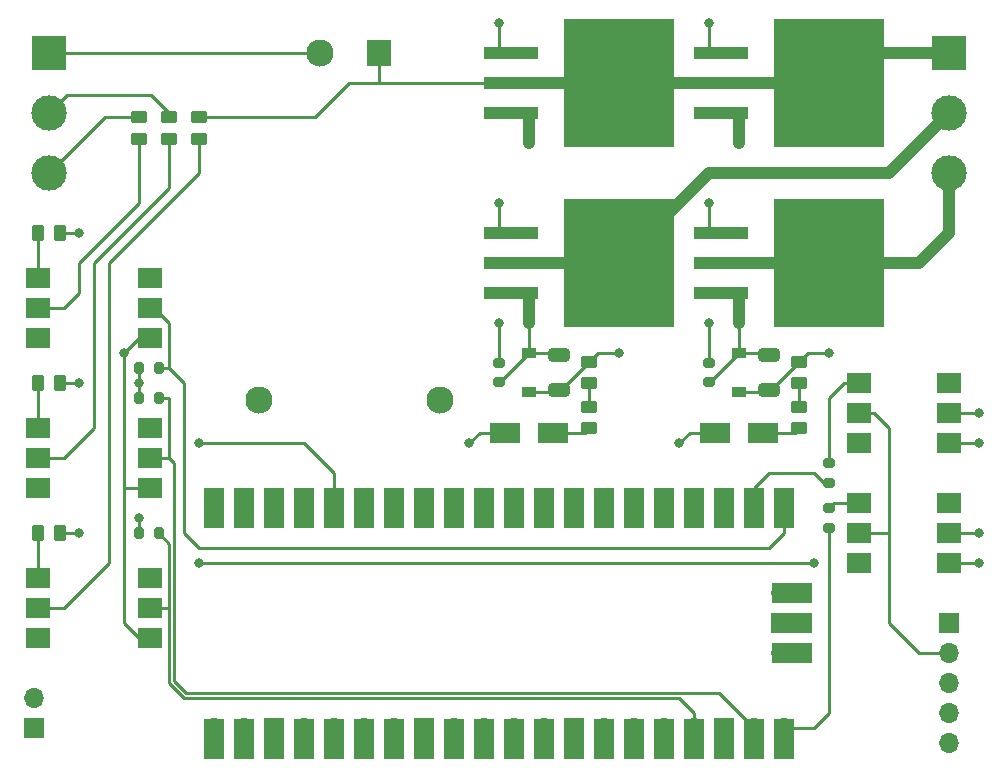
<source format=gtl>
G04 #@! TF.GenerationSoftware,KiCad,Pcbnew,(6.0.0)*
G04 #@! TF.CreationDate,2022-05-18T17:51:48+02:00*
G04 #@! TF.ProjectId,prototype-3,70726f74-6f74-4797-9065-2d332e6b6963,rev?*
G04 #@! TF.SameCoordinates,Original*
G04 #@! TF.FileFunction,Copper,L1,Top*
G04 #@! TF.FilePolarity,Positive*
%FSLAX46Y46*%
G04 Gerber Fmt 4.6, Leading zero omitted, Abs format (unit mm)*
G04 Created by KiCad (PCBNEW (6.0.0)) date 2022-05-18 17:51:48*
%MOMM*%
%LPD*%
G01*
G04 APERTURE LIST*
G04 Aperture macros list*
%AMRoundRect*
0 Rectangle with rounded corners*
0 $1 Rounding radius*
0 $2 $3 $4 $5 $6 $7 $8 $9 X,Y pos of 4 corners*
0 Add a 4 corners polygon primitive as box body*
4,1,4,$2,$3,$4,$5,$6,$7,$8,$9,$2,$3,0*
0 Add four circle primitives for the rounded corners*
1,1,$1+$1,$2,$3*
1,1,$1+$1,$4,$5*
1,1,$1+$1,$6,$7*
1,1,$1+$1,$8,$9*
0 Add four rect primitives between the rounded corners*
20,1,$1+$1,$2,$3,$4,$5,0*
20,1,$1+$1,$4,$5,$6,$7,0*
20,1,$1+$1,$6,$7,$8,$9,0*
20,1,$1+$1,$8,$9,$2,$3,0*%
G04 Aperture macros list end*
G04 #@! TA.AperFunction,SMDPad,CuDef*
%ADD10R,1.200000X0.900000*%
G04 #@! TD*
G04 #@! TA.AperFunction,SMDPad,CuDef*
%ADD11RoundRect,0.200000X0.200000X0.275000X-0.200000X0.275000X-0.200000X-0.275000X0.200000X-0.275000X0*%
G04 #@! TD*
G04 #@! TA.AperFunction,SMDPad,CuDef*
%ADD12R,2.500000X1.800000*%
G04 #@! TD*
G04 #@! TA.AperFunction,ComponentPad*
%ADD13R,3.000000X3.000000*%
G04 #@! TD*
G04 #@! TA.AperFunction,ComponentPad*
%ADD14C,3.000000*%
G04 #@! TD*
G04 #@! TA.AperFunction,SMDPad,CuDef*
%ADD15RoundRect,0.200000X-0.275000X0.200000X-0.275000X-0.200000X0.275000X-0.200000X0.275000X0.200000X0*%
G04 #@! TD*
G04 #@! TA.AperFunction,SMDPad,CuDef*
%ADD16R,4.600000X1.100000*%
G04 #@! TD*
G04 #@! TA.AperFunction,SMDPad,CuDef*
%ADD17R,9.400000X10.800000*%
G04 #@! TD*
G04 #@! TA.AperFunction,SMDPad,CuDef*
%ADD18RoundRect,0.250000X0.450000X-0.262500X0.450000X0.262500X-0.450000X0.262500X-0.450000X-0.262500X0*%
G04 #@! TD*
G04 #@! TA.AperFunction,SMDPad,CuDef*
%ADD19RoundRect,0.250000X-0.450000X0.262500X-0.450000X-0.262500X0.450000X-0.262500X0.450000X0.262500X0*%
G04 #@! TD*
G04 #@! TA.AperFunction,SMDPad,CuDef*
%ADD20RoundRect,0.250000X0.262500X0.450000X-0.262500X0.450000X-0.262500X-0.450000X0.262500X-0.450000X0*%
G04 #@! TD*
G04 #@! TA.AperFunction,SMDPad,CuDef*
%ADD21RoundRect,0.250000X0.650000X-0.325000X0.650000X0.325000X-0.650000X0.325000X-0.650000X-0.325000X0*%
G04 #@! TD*
G04 #@! TA.AperFunction,ComponentPad*
%ADD22R,1.700000X1.700000*%
G04 #@! TD*
G04 #@! TA.AperFunction,ComponentPad*
%ADD23O,1.700000X1.700000*%
G04 #@! TD*
G04 #@! TA.AperFunction,SMDPad,CuDef*
%ADD24R,1.700000X3.500000*%
G04 #@! TD*
G04 #@! TA.AperFunction,SMDPad,CuDef*
%ADD25R,3.500000X1.700000*%
G04 #@! TD*
G04 #@! TA.AperFunction,SMDPad,CuDef*
%ADD26R,2.000000X1.780000*%
G04 #@! TD*
G04 #@! TA.AperFunction,ComponentPad*
%ADD27R,2.000000X2.300000*%
G04 #@! TD*
G04 #@! TA.AperFunction,ComponentPad*
%ADD28C,2.300000*%
G04 #@! TD*
G04 #@! TA.AperFunction,ViaPad*
%ADD29C,0.800000*%
G04 #@! TD*
G04 #@! TA.AperFunction,Conductor*
%ADD30C,0.250000*%
G04 #@! TD*
G04 #@! TA.AperFunction,Conductor*
%ADD31C,1.000000*%
G04 #@! TD*
G04 APERTURE END LIST*
D10*
X170180000Y-84580000D03*
X170180000Y-81280000D03*
D11*
X121030000Y-85090000D03*
X119380000Y-85090000D03*
D12*
X172180000Y-88010000D03*
X168180000Y-88010000D03*
D13*
X111760000Y-55880000D03*
D14*
X111760000Y-60960000D03*
X111760000Y-66040000D03*
D15*
X177800000Y-90615000D03*
X177800000Y-92265000D03*
D16*
X150870000Y-55880000D03*
D17*
X160020000Y-58420000D03*
D16*
X150870000Y-58420000D03*
X150870000Y-60960000D03*
D18*
X175260000Y-83842500D03*
X175260000Y-82017500D03*
D11*
X121030000Y-96520000D03*
X119380000Y-96520000D03*
D15*
X167640000Y-82105000D03*
X167640000Y-83755000D03*
D10*
X152400000Y-84580000D03*
X152400000Y-81280000D03*
D19*
X121920000Y-61317500D03*
X121920000Y-63142500D03*
D16*
X168650000Y-55880000D03*
X168650000Y-58420000D03*
D17*
X177800000Y-58420000D03*
D16*
X168650000Y-60960000D03*
D18*
X157480000Y-87652500D03*
X157480000Y-85827500D03*
D20*
X112672500Y-83820000D03*
X110847500Y-83820000D03*
X112672500Y-96520000D03*
X110847500Y-96520000D03*
D21*
X154940000Y-84405000D03*
X154940000Y-81455000D03*
D19*
X119380000Y-61317500D03*
X119380000Y-63142500D03*
D18*
X157480000Y-83842500D03*
X157480000Y-82017500D03*
D12*
X154400000Y-88010000D03*
X150400000Y-88010000D03*
D15*
X149860000Y-82105000D03*
X149860000Y-83755000D03*
D22*
X110490000Y-113030000D03*
D23*
X110490000Y-110490000D03*
X125730000Y-113030000D03*
D24*
X125730000Y-113930000D03*
D23*
X128270000Y-113030000D03*
D24*
X128270000Y-113930000D03*
X130810000Y-113930000D03*
D22*
X130810000Y-113030000D03*
D23*
X133350000Y-113030000D03*
D24*
X133350000Y-113930000D03*
D23*
X135890000Y-113030000D03*
D24*
X135890000Y-113930000D03*
D23*
X138430000Y-113030000D03*
D24*
X138430000Y-113930000D03*
X140970000Y-113930000D03*
D23*
X140970000Y-113030000D03*
D22*
X143510000Y-113030000D03*
D24*
X143510000Y-113930000D03*
D23*
X146050000Y-113030000D03*
D24*
X146050000Y-113930000D03*
D23*
X148590000Y-113030000D03*
D24*
X148590000Y-113930000D03*
D23*
X151130000Y-113030000D03*
D24*
X151130000Y-113930000D03*
D23*
X153670000Y-113030000D03*
D24*
X153670000Y-113930000D03*
X156210000Y-113930000D03*
D22*
X156210000Y-113030000D03*
D24*
X158750000Y-113930000D03*
D23*
X158750000Y-113030000D03*
D24*
X161290000Y-113930000D03*
D23*
X161290000Y-113030000D03*
X163830000Y-113030000D03*
D24*
X163830000Y-113930000D03*
X166370000Y-113930000D03*
D23*
X166370000Y-113030000D03*
D22*
X168910000Y-113030000D03*
D24*
X168910000Y-113930000D03*
X171450000Y-113930000D03*
D23*
X171450000Y-113030000D03*
D24*
X173990000Y-113930000D03*
D23*
X173990000Y-113030000D03*
D24*
X173990000Y-94350000D03*
D23*
X173990000Y-95250000D03*
X171450000Y-95250000D03*
D24*
X171450000Y-94350000D03*
X168910000Y-94350000D03*
D22*
X168910000Y-95250000D03*
D23*
X166370000Y-95250000D03*
D24*
X166370000Y-94350000D03*
X163830000Y-94350000D03*
D23*
X163830000Y-95250000D03*
X161290000Y-95250000D03*
D24*
X161290000Y-94350000D03*
X158750000Y-94350000D03*
D23*
X158750000Y-95250000D03*
D24*
X156210000Y-94350000D03*
D22*
X156210000Y-95250000D03*
D23*
X153670000Y-95250000D03*
D24*
X153670000Y-94350000D03*
X151130000Y-94350000D03*
D23*
X151130000Y-95250000D03*
X148590000Y-95250000D03*
D24*
X148590000Y-94350000D03*
X146050000Y-94350000D03*
D23*
X146050000Y-95250000D03*
D22*
X143510000Y-95250000D03*
D24*
X143510000Y-94350000D03*
D23*
X140970000Y-95250000D03*
D24*
X140970000Y-94350000D03*
D23*
X138430000Y-95250000D03*
D24*
X138430000Y-94350000D03*
D23*
X135890000Y-95250000D03*
D24*
X135890000Y-94350000D03*
D23*
X133350000Y-95250000D03*
D24*
X133350000Y-94350000D03*
X130810000Y-94350000D03*
D22*
X130810000Y-95250000D03*
D24*
X128270000Y-94350000D03*
D23*
X128270000Y-95250000D03*
D24*
X125730000Y-94350000D03*
D23*
X125730000Y-95250000D03*
D25*
X174660000Y-106680000D03*
D23*
X173760000Y-106680000D03*
D25*
X174660000Y-104140000D03*
D22*
X173760000Y-104140000D03*
D23*
X173760000Y-101600000D03*
D25*
X174660000Y-101600000D03*
D11*
X121030000Y-82550000D03*
X119380000Y-82550000D03*
D15*
X177800000Y-94425000D03*
X177800000Y-96075000D03*
D13*
X187960000Y-55880000D03*
D14*
X187960000Y-60960000D03*
X187960000Y-66040000D03*
D16*
X150870000Y-71120000D03*
X150870000Y-73660000D03*
D17*
X160020000Y-73660000D03*
D16*
X150870000Y-76200000D03*
D26*
X110805000Y-87630000D03*
X110805000Y-90170000D03*
X110805000Y-92710000D03*
X120335000Y-92710000D03*
X120335000Y-90170000D03*
X120335000Y-87630000D03*
D18*
X175260000Y-87652500D03*
X175260000Y-85827500D03*
D20*
X112672500Y-71120000D03*
X110847500Y-71120000D03*
D26*
X180340000Y-83820000D03*
X180340000Y-86360000D03*
X180340000Y-88900000D03*
X187960000Y-88900000D03*
X187960000Y-86360000D03*
X187960000Y-83820000D03*
X110805000Y-100330000D03*
X110805000Y-102870000D03*
X110805000Y-105410000D03*
X120335000Y-105410000D03*
X120335000Y-102870000D03*
X120335000Y-100330000D03*
X110805000Y-74930000D03*
X110805000Y-77470000D03*
X110805000Y-80010000D03*
X120335000Y-80010000D03*
X120335000Y-77470000D03*
X120335000Y-74930000D03*
D22*
X187960000Y-104140000D03*
D23*
X187960000Y-106680000D03*
X187960000Y-109220000D03*
X187960000Y-111760000D03*
X187960000Y-114300000D03*
D21*
X172720000Y-84405000D03*
X172720000Y-81455000D03*
D26*
X180340000Y-93980000D03*
X180340000Y-96520000D03*
X180340000Y-99060000D03*
X187960000Y-99060000D03*
X187960000Y-96520000D03*
X187960000Y-93980000D03*
D19*
X124460000Y-61317500D03*
X124460000Y-63142500D03*
D27*
X139700000Y-55880000D03*
D28*
X134700000Y-55880000D03*
X144900000Y-85280000D03*
X129500000Y-85280000D03*
D16*
X168650000Y-71120000D03*
D17*
X177800000Y-73660000D03*
D16*
X168650000Y-73660000D03*
X168650000Y-76200000D03*
D29*
X177800000Y-81280000D03*
X190500000Y-86360000D03*
X170180000Y-63500000D03*
X170180000Y-78740000D03*
X114300000Y-71120000D03*
X165100000Y-88900000D03*
X114300000Y-83820000D03*
X147320000Y-88900000D03*
X114300000Y-96520000D03*
X118110000Y-81280000D03*
X124460000Y-99060000D03*
X176530000Y-99060000D03*
X149860000Y-53340000D03*
X190500000Y-99060000D03*
X149860000Y-68580000D03*
X149860000Y-78740000D03*
X167640000Y-53340000D03*
X167640000Y-78740000D03*
X167640000Y-68580000D03*
X190500000Y-88900000D03*
X160020000Y-81280000D03*
X190500000Y-96520000D03*
X152400000Y-63500000D03*
X152400000Y-78740000D03*
X124460000Y-88900000D03*
X119380000Y-95250000D03*
X119380000Y-83820000D03*
D30*
X190500000Y-86360000D02*
X187960000Y-86360000D01*
X172872500Y-84405000D02*
X175260000Y-82017500D01*
X172720000Y-84405000D02*
X172545000Y-84580000D01*
X175260000Y-82017500D02*
X175997500Y-81280000D01*
X172720000Y-84405000D02*
X172872500Y-84405000D01*
X172545000Y-84580000D02*
X170180000Y-84580000D01*
X175997500Y-81280000D02*
X177800000Y-81280000D01*
X172545000Y-81280000D02*
X170180000Y-81280000D01*
D31*
X170180000Y-63500000D02*
X170180000Y-60960000D01*
D30*
X167640000Y-83755000D02*
X167705000Y-83755000D01*
X172720000Y-81455000D02*
X172545000Y-81280000D01*
D31*
X170180000Y-78740000D02*
X170180000Y-76200000D01*
D30*
X170180000Y-81280000D02*
X170180000Y-78740000D01*
X167705000Y-83755000D02*
X170180000Y-81280000D01*
X134700000Y-55880000D02*
X111760000Y-55880000D01*
X165990000Y-88010000D02*
X168180000Y-88010000D01*
X165100000Y-88900000D02*
X165990000Y-88010000D01*
X112672500Y-83820000D02*
X114300000Y-83820000D01*
X150400000Y-88010000D02*
X148210000Y-88010000D01*
X114300000Y-96520000D02*
X112672500Y-96520000D01*
X112672500Y-71120000D02*
X114300000Y-71120000D01*
X148210000Y-88010000D02*
X147320000Y-88900000D01*
X174902500Y-88010000D02*
X175260000Y-87652500D01*
X172180000Y-88010000D02*
X174902500Y-88010000D01*
X182880000Y-87630000D02*
X182880000Y-96520000D01*
X182880000Y-96520000D02*
X182880000Y-104140000D01*
X181610000Y-86360000D02*
X182880000Y-87630000D01*
X185420000Y-106680000D02*
X187960000Y-106680000D01*
X180340000Y-86360000D02*
X181610000Y-86360000D01*
X180340000Y-96520000D02*
X182880000Y-96520000D01*
X119380000Y-105410000D02*
X120335000Y-105410000D01*
X118110000Y-81280000D02*
X118110000Y-92710000D01*
X118110000Y-92710000D02*
X120335000Y-92710000D01*
X119380000Y-80010000D02*
X118110000Y-81280000D01*
X120335000Y-80010000D02*
X119380000Y-80010000D01*
X182880000Y-104140000D02*
X185420000Y-106680000D01*
X118110000Y-104140000D02*
X119380000Y-105410000D01*
X118110000Y-92710000D02*
X118110000Y-104140000D01*
X176530000Y-99060000D02*
X124460000Y-99060000D01*
X134262500Y-61317500D02*
X124460000Y-61317500D01*
D31*
X150870000Y-58420000D02*
X160020000Y-58420000D01*
X160020000Y-58420000D02*
X168650000Y-58420000D01*
D30*
X137160000Y-58420000D02*
X134262500Y-61317500D01*
D31*
X177800000Y-58420000D02*
X180340000Y-55880000D01*
X180340000Y-55880000D02*
X187960000Y-55880000D01*
D30*
X139700000Y-58420000D02*
X139700000Y-55880000D01*
X150870000Y-58420000D02*
X139700000Y-58420000D01*
D31*
X168650000Y-58420000D02*
X177800000Y-58420000D01*
D30*
X139700000Y-58420000D02*
X137160000Y-58420000D01*
D31*
X167640000Y-66040000D02*
X182880000Y-66040000D01*
X160020000Y-73660000D02*
X167640000Y-66040000D01*
X182880000Y-66040000D02*
X187960000Y-60960000D01*
X150870000Y-73660000D02*
X160020000Y-73660000D01*
D30*
X149860000Y-71120000D02*
X150870000Y-71120000D01*
X149860000Y-55880000D02*
X149860000Y-53340000D01*
X190500000Y-99060000D02*
X187960000Y-99060000D01*
X150870000Y-55880000D02*
X149860000Y-55880000D01*
X149860000Y-78740000D02*
X149860000Y-82105000D01*
X149860000Y-68580000D02*
X149860000Y-71120000D01*
X167640000Y-55880000D02*
X167640000Y-53340000D01*
X168650000Y-55880000D02*
X167640000Y-55880000D01*
X167640000Y-68580000D02*
X167640000Y-71120000D01*
X167640000Y-78740000D02*
X167640000Y-82105000D01*
X190500000Y-88900000D02*
X187960000Y-88900000D01*
X180340000Y-93980000D02*
X178245000Y-93980000D01*
X178245000Y-93980000D02*
X177800000Y-94425000D01*
X158217500Y-81280000D02*
X160020000Y-81280000D01*
X190500000Y-96520000D02*
X187960000Y-96520000D01*
X154765000Y-84580000D02*
X152400000Y-84580000D01*
X158217500Y-81280000D02*
X157480000Y-82017500D01*
X155092500Y-84405000D02*
X157480000Y-82017500D01*
X154940000Y-84405000D02*
X155092500Y-84405000D01*
X154940000Y-84405000D02*
X154765000Y-84580000D01*
X177800000Y-85090000D02*
X177800000Y-90615000D01*
X179070000Y-83820000D02*
X177800000Y-85090000D01*
X180340000Y-83820000D02*
X179070000Y-83820000D01*
D31*
X152400000Y-78740000D02*
X152400000Y-76200000D01*
D30*
X152400000Y-81280000D02*
X152400000Y-78740000D01*
D31*
X152400000Y-60960000D02*
X152400000Y-63500000D01*
D30*
X149860000Y-83755000D02*
X149925000Y-83755000D01*
X154940000Y-81455000D02*
X154765000Y-81280000D01*
X149925000Y-83755000D02*
X152400000Y-81280000D01*
X154765000Y-81280000D02*
X152400000Y-81280000D01*
X154400000Y-88010000D02*
X157122500Y-88010000D01*
X157122500Y-88010000D02*
X157480000Y-87652500D01*
X135890000Y-91440000D02*
X133350000Y-88900000D01*
X119380000Y-83820000D02*
X119380000Y-82550000D01*
X135890000Y-95250000D02*
X135890000Y-91440000D01*
X133350000Y-88900000D02*
X124460000Y-88900000D01*
X119380000Y-96520000D02*
X119380000Y-95250000D01*
X119380000Y-83820000D02*
X119380000Y-85090000D01*
X176530000Y-113030000D02*
X173990000Y-113030000D01*
X177800000Y-96075000D02*
X177800000Y-111760000D01*
X177800000Y-111760000D02*
X176530000Y-113030000D01*
X177355000Y-92265000D02*
X176530000Y-91440000D01*
X176530000Y-91440000D02*
X172720000Y-91440000D01*
X172720000Y-91440000D02*
X171450000Y-92710000D01*
X171450000Y-92710000D02*
X171450000Y-95250000D01*
X177800000Y-92265000D02*
X177355000Y-92265000D01*
X121920000Y-85090000D02*
X121030000Y-85090000D01*
X123376198Y-110040480D02*
X122369520Y-109033802D01*
X122369520Y-90619520D02*
X121920000Y-90170000D01*
X120335000Y-90170000D02*
X121920000Y-90170000D01*
X171450000Y-113030000D02*
X168460480Y-110040480D01*
X121920000Y-85090000D02*
X121920000Y-90170000D01*
X168460480Y-110040480D02*
X123376198Y-110040480D01*
X122369520Y-109033802D02*
X122369520Y-90619520D01*
X110805000Y-83862500D02*
X110805000Y-87630000D01*
X110847500Y-83820000D02*
X110805000Y-83862500D01*
X121920000Y-67310000D02*
X115570000Y-73660000D01*
X121920000Y-63142500D02*
X121920000Y-67310000D01*
X115570000Y-73660000D02*
X115570000Y-87630000D01*
X115570000Y-87630000D02*
X113030000Y-90170000D01*
X113030000Y-90170000D02*
X110805000Y-90170000D01*
X110805000Y-77470000D02*
X113030000Y-77470000D01*
X119380000Y-68580000D02*
X119380000Y-63142500D01*
X114300000Y-73660000D02*
X119380000Y-68580000D01*
X114300000Y-76200000D02*
X114300000Y-73660000D01*
X113030000Y-77470000D02*
X114300000Y-76200000D01*
X121920000Y-78740000D02*
X121920000Y-82550000D01*
X173990000Y-95250000D02*
X173990000Y-96520000D01*
X124460000Y-97790000D02*
X123190000Y-96520000D01*
X173990000Y-96520000D02*
X172720000Y-97790000D01*
X121920000Y-82550000D02*
X121030000Y-82550000D01*
X120650000Y-77470000D02*
X121920000Y-78740000D01*
X123190000Y-96520000D02*
X123190000Y-83820000D01*
X123190000Y-83820000D02*
X121920000Y-82550000D01*
X120335000Y-77470000D02*
X120650000Y-77470000D01*
X172720000Y-97790000D02*
X124460000Y-97790000D01*
X121920000Y-102870000D02*
X121920000Y-97410000D01*
X165100000Y-110490000D02*
X123190000Y-110490000D01*
X166370000Y-111760000D02*
X165100000Y-110490000D01*
X121920000Y-109220000D02*
X121920000Y-102870000D01*
X120335000Y-102870000D02*
X121920000Y-102870000D01*
X166370000Y-113030000D02*
X166370000Y-111760000D01*
X121920000Y-97410000D02*
X121030000Y-96520000D01*
X123190000Y-110490000D02*
X121920000Y-109220000D01*
D31*
X168650000Y-73660000D02*
X177800000Y-73660000D01*
X187960000Y-71120000D02*
X187960000Y-66040000D01*
X185420000Y-73660000D02*
X187960000Y-71120000D01*
X177800000Y-73660000D02*
X185420000Y-73660000D01*
D30*
X157480000Y-85827500D02*
X157480000Y-83842500D01*
X121920000Y-60960000D02*
X120420000Y-59460000D01*
X113260000Y-59460000D02*
X111760000Y-60960000D01*
X120420000Y-59460000D02*
X113260000Y-59460000D01*
X121920000Y-61317500D02*
X121920000Y-60960000D01*
X116482500Y-61317500D02*
X111760000Y-66040000D01*
X119380000Y-61317500D02*
X116482500Y-61317500D01*
X175260000Y-83842500D02*
X175260000Y-85827500D01*
X110847500Y-96520000D02*
X110805000Y-96562500D01*
X110805000Y-96562500D02*
X110805000Y-100330000D01*
X116840000Y-99060000D02*
X113030000Y-102870000D01*
X116840000Y-73660000D02*
X116840000Y-99060000D01*
X124460000Y-66040000D02*
X116840000Y-73660000D01*
X124460000Y-63142500D02*
X124460000Y-66040000D01*
X113030000Y-102870000D02*
X110805000Y-102870000D01*
X110847500Y-71120000D02*
X110805000Y-71162500D01*
X110805000Y-71162500D02*
X110805000Y-74930000D01*
M02*

</source>
